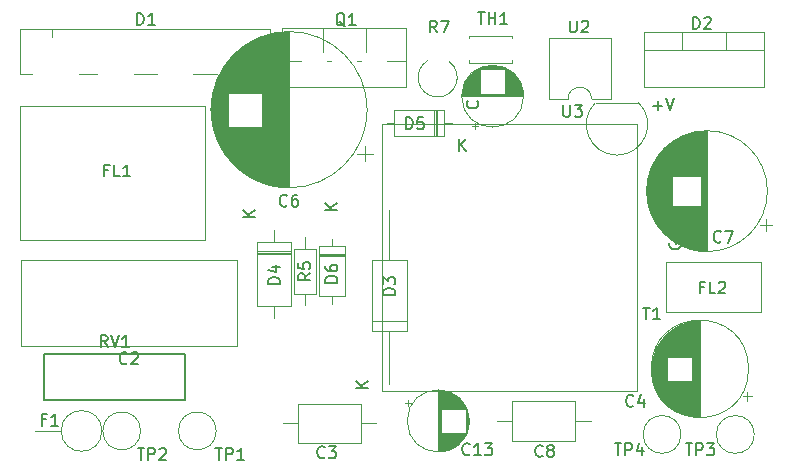
<source format=gbr>
G04 #@! TF.GenerationSoftware,KiCad,Pcbnew,(6.0.5)*
G04 #@! TF.CreationDate,2022-05-09T22:53:36+02:00*
G04 #@! TF.ProjectId,Zasilacz_impulsowy_FAN6602R,5a617369-6c61-4637-9a5f-696d70756c73,rev?*
G04 #@! TF.SameCoordinates,Original*
G04 #@! TF.FileFunction,Legend,Top*
G04 #@! TF.FilePolarity,Positive*
%FSLAX46Y46*%
G04 Gerber Fmt 4.6, Leading zero omitted, Abs format (unit mm)*
G04 Created by KiCad (PCBNEW (6.0.5)) date 2022-05-09 22:53:36*
%MOMM*%
%LPD*%
G01*
G04 APERTURE LIST*
%ADD10C,0.150000*%
%ADD11C,0.120000*%
G04 APERTURE END LIST*
D10*
X175190476Y-89671428D02*
X175952380Y-89671428D01*
X175571428Y-90052380D02*
X175571428Y-89290476D01*
X176285714Y-89052380D02*
X176619047Y-90052380D01*
X176952380Y-89052380D01*
X176600000Y-101261904D02*
X176552380Y-101357142D01*
X176552380Y-101500000D01*
X176600000Y-101642857D01*
X176695238Y-101738095D01*
X176790476Y-101785714D01*
X176980952Y-101833333D01*
X177123809Y-101833333D01*
X177314285Y-101785714D01*
X177409523Y-101738095D01*
X177504761Y-101642857D01*
X177552380Y-101500000D01*
X177552380Y-101404761D01*
X177504761Y-101261904D01*
X177457142Y-101214285D01*
X177123809Y-101214285D01*
X177123809Y-101404761D01*
X177552380Y-100785714D02*
X176552380Y-100785714D01*
X177552380Y-100214285D01*
X176552380Y-100214285D01*
X177552380Y-99738095D02*
X176552380Y-99738095D01*
X176552380Y-99500000D01*
X176600000Y-99357142D01*
X176695238Y-99261904D01*
X176790476Y-99214285D01*
X176980952Y-99166666D01*
X177123809Y-99166666D01*
X177314285Y-99214285D01*
X177409523Y-99261904D01*
X177504761Y-99357142D01*
X177552380Y-99500000D01*
X177552380Y-99738095D01*
G04 #@! TO.C,TP1*
X138138095Y-118652380D02*
X138709523Y-118652380D01*
X138423809Y-119652380D02*
X138423809Y-118652380D01*
X139042857Y-119652380D02*
X139042857Y-118652380D01*
X139423809Y-118652380D01*
X139519047Y-118700000D01*
X139566666Y-118747619D01*
X139614285Y-118842857D01*
X139614285Y-118985714D01*
X139566666Y-119080952D01*
X139519047Y-119128571D01*
X139423809Y-119176190D01*
X139042857Y-119176190D01*
X140566666Y-119652380D02*
X139995238Y-119652380D01*
X140280952Y-119652380D02*
X140280952Y-118652380D01*
X140185714Y-118795238D01*
X140090476Y-118890476D01*
X139995238Y-118938095D01*
G04 #@! TO.C,D1*
X131486904Y-82827380D02*
X131486904Y-81827380D01*
X131725000Y-81827380D01*
X131867857Y-81875000D01*
X131963095Y-81970238D01*
X132010714Y-82065476D01*
X132058333Y-82255952D01*
X132058333Y-82398809D01*
X132010714Y-82589285D01*
X131963095Y-82684523D01*
X131867857Y-82779761D01*
X131725000Y-82827380D01*
X131486904Y-82827380D01*
X133010714Y-82827380D02*
X132439285Y-82827380D01*
X132725000Y-82827380D02*
X132725000Y-81827380D01*
X132629761Y-81970238D01*
X132534523Y-82065476D01*
X132439285Y-82113095D01*
G04 #@! TO.C,C8*
X165833333Y-119307142D02*
X165785714Y-119354761D01*
X165642857Y-119402380D01*
X165547619Y-119402380D01*
X165404761Y-119354761D01*
X165309523Y-119259523D01*
X165261904Y-119164285D01*
X165214285Y-118973809D01*
X165214285Y-118830952D01*
X165261904Y-118640476D01*
X165309523Y-118545238D01*
X165404761Y-118450000D01*
X165547619Y-118402380D01*
X165642857Y-118402380D01*
X165785714Y-118450000D01*
X165833333Y-118497619D01*
X166404761Y-118830952D02*
X166309523Y-118783333D01*
X166261904Y-118735714D01*
X166214285Y-118640476D01*
X166214285Y-118592857D01*
X166261904Y-118497619D01*
X166309523Y-118450000D01*
X166404761Y-118402380D01*
X166595238Y-118402380D01*
X166690476Y-118450000D01*
X166738095Y-118497619D01*
X166785714Y-118592857D01*
X166785714Y-118640476D01*
X166738095Y-118735714D01*
X166690476Y-118783333D01*
X166595238Y-118830952D01*
X166404761Y-118830952D01*
X166309523Y-118878571D01*
X166261904Y-118926190D01*
X166214285Y-119021428D01*
X166214285Y-119211904D01*
X166261904Y-119307142D01*
X166309523Y-119354761D01*
X166404761Y-119402380D01*
X166595238Y-119402380D01*
X166690476Y-119354761D01*
X166738095Y-119307142D01*
X166785714Y-119211904D01*
X166785714Y-119021428D01*
X166738095Y-118926190D01*
X166690476Y-118878571D01*
X166595238Y-118830952D01*
G04 #@! TO.C,Q1*
X149104761Y-82947619D02*
X149009523Y-82900000D01*
X148914285Y-82804761D01*
X148771428Y-82661904D01*
X148676190Y-82614285D01*
X148580952Y-82614285D01*
X148628571Y-82852380D02*
X148533333Y-82804761D01*
X148438095Y-82709523D01*
X148390476Y-82519047D01*
X148390476Y-82185714D01*
X148438095Y-81995238D01*
X148533333Y-81900000D01*
X148628571Y-81852380D01*
X148819047Y-81852380D01*
X148914285Y-81900000D01*
X149009523Y-81995238D01*
X149057142Y-82185714D01*
X149057142Y-82519047D01*
X149009523Y-82709523D01*
X148914285Y-82804761D01*
X148819047Y-82852380D01*
X148628571Y-82852380D01*
X150009523Y-82852380D02*
X149438095Y-82852380D01*
X149723809Y-82852380D02*
X149723809Y-81852380D01*
X149628571Y-81995238D01*
X149533333Y-82090476D01*
X149438095Y-82138095D01*
G04 #@! TO.C,C13*
X159657142Y-119157142D02*
X159609523Y-119204761D01*
X159466666Y-119252380D01*
X159371428Y-119252380D01*
X159228571Y-119204761D01*
X159133333Y-119109523D01*
X159085714Y-119014285D01*
X159038095Y-118823809D01*
X159038095Y-118680952D01*
X159085714Y-118490476D01*
X159133333Y-118395238D01*
X159228571Y-118300000D01*
X159371428Y-118252380D01*
X159466666Y-118252380D01*
X159609523Y-118300000D01*
X159657142Y-118347619D01*
X160609523Y-119252380D02*
X160038095Y-119252380D01*
X160323809Y-119252380D02*
X160323809Y-118252380D01*
X160228571Y-118395238D01*
X160133333Y-118490476D01*
X160038095Y-118538095D01*
X160942857Y-118252380D02*
X161561904Y-118252380D01*
X161228571Y-118633333D01*
X161371428Y-118633333D01*
X161466666Y-118680952D01*
X161514285Y-118728571D01*
X161561904Y-118823809D01*
X161561904Y-119061904D01*
X161514285Y-119157142D01*
X161466666Y-119204761D01*
X161371428Y-119252380D01*
X161085714Y-119252380D01*
X160990476Y-119204761D01*
X160942857Y-119157142D01*
G04 #@! TO.C,C4*
X173530682Y-115057142D02*
X173483063Y-115104761D01*
X173340206Y-115152380D01*
X173244968Y-115152380D01*
X173102110Y-115104761D01*
X173006872Y-115009523D01*
X172959253Y-114914285D01*
X172911634Y-114723809D01*
X172911634Y-114580952D01*
X172959253Y-114390476D01*
X173006872Y-114295238D01*
X173102110Y-114200000D01*
X173244968Y-114152380D01*
X173340206Y-114152380D01*
X173483063Y-114200000D01*
X173530682Y-114247619D01*
X174387825Y-114485714D02*
X174387825Y-115152380D01*
X174149729Y-114104761D02*
X173911634Y-114819047D01*
X174530682Y-114819047D01*
G04 #@! TO.C,T1*
X174338095Y-106752380D02*
X174909523Y-106752380D01*
X174623809Y-107752380D02*
X174623809Y-106752380D01*
X175766666Y-107752380D02*
X175195238Y-107752380D01*
X175480952Y-107752380D02*
X175480952Y-106752380D01*
X175385714Y-106895238D01*
X175290476Y-106990476D01*
X175195238Y-107038095D01*
G04 #@! TO.C,D4*
X143602380Y-104738095D02*
X142602380Y-104738095D01*
X142602380Y-104500000D01*
X142650000Y-104357142D01*
X142745238Y-104261904D01*
X142840476Y-104214285D01*
X143030952Y-104166666D01*
X143173809Y-104166666D01*
X143364285Y-104214285D01*
X143459523Y-104261904D01*
X143554761Y-104357142D01*
X143602380Y-104500000D01*
X143602380Y-104738095D01*
X142935714Y-103309523D02*
X143602380Y-103309523D01*
X142554761Y-103547619D02*
X143269047Y-103785714D01*
X143269047Y-103166666D01*
X141452380Y-99061904D02*
X140452380Y-99061904D01*
X141452380Y-98490476D02*
X140880952Y-98919047D01*
X140452380Y-98490476D02*
X141023809Y-99061904D01*
G04 #@! TO.C,TP3*
X177938095Y-118252380D02*
X178509523Y-118252380D01*
X178223809Y-119252380D02*
X178223809Y-118252380D01*
X178842857Y-119252380D02*
X178842857Y-118252380D01*
X179223809Y-118252380D01*
X179319047Y-118300000D01*
X179366666Y-118347619D01*
X179414285Y-118442857D01*
X179414285Y-118585714D01*
X179366666Y-118680952D01*
X179319047Y-118728571D01*
X179223809Y-118776190D01*
X178842857Y-118776190D01*
X179747619Y-118252380D02*
X180366666Y-118252380D01*
X180033333Y-118633333D01*
X180176190Y-118633333D01*
X180271428Y-118680952D01*
X180319047Y-118728571D01*
X180366666Y-118823809D01*
X180366666Y-119061904D01*
X180319047Y-119157142D01*
X180271428Y-119204761D01*
X180176190Y-119252380D01*
X179890476Y-119252380D01*
X179795238Y-119204761D01*
X179747619Y-119157142D01*
G04 #@! TO.C,U3*
X167588095Y-89602380D02*
X167588095Y-90411904D01*
X167635714Y-90507142D01*
X167683333Y-90554761D01*
X167778571Y-90602380D01*
X167969047Y-90602380D01*
X168064285Y-90554761D01*
X168111904Y-90507142D01*
X168159523Y-90411904D01*
X168159523Y-89602380D01*
X168540476Y-89602380D02*
X169159523Y-89602380D01*
X168826190Y-89983333D01*
X168969047Y-89983333D01*
X169064285Y-90030952D01*
X169111904Y-90078571D01*
X169159523Y-90173809D01*
X169159523Y-90411904D01*
X169111904Y-90507142D01*
X169064285Y-90554761D01*
X168969047Y-90602380D01*
X168683333Y-90602380D01*
X168588095Y-90554761D01*
X168540476Y-90507142D01*
G04 #@! TO.C,D6*
X148452380Y-104638095D02*
X147452380Y-104638095D01*
X147452380Y-104400000D01*
X147500000Y-104257142D01*
X147595238Y-104161904D01*
X147690476Y-104114285D01*
X147880952Y-104066666D01*
X148023809Y-104066666D01*
X148214285Y-104114285D01*
X148309523Y-104161904D01*
X148404761Y-104257142D01*
X148452380Y-104400000D01*
X148452380Y-104638095D01*
X147452380Y-103209523D02*
X147452380Y-103400000D01*
X147500000Y-103495238D01*
X147547619Y-103542857D01*
X147690476Y-103638095D01*
X147880952Y-103685714D01*
X148261904Y-103685714D01*
X148357142Y-103638095D01*
X148404761Y-103590476D01*
X148452380Y-103495238D01*
X148452380Y-103304761D01*
X148404761Y-103209523D01*
X148357142Y-103161904D01*
X148261904Y-103114285D01*
X148023809Y-103114285D01*
X147928571Y-103161904D01*
X147880952Y-103209523D01*
X147833333Y-103304761D01*
X147833333Y-103495238D01*
X147880952Y-103590476D01*
X147928571Y-103638095D01*
X148023809Y-103685714D01*
X148402380Y-98511904D02*
X147402380Y-98511904D01*
X148402380Y-97940476D02*
X147830952Y-98369047D01*
X147402380Y-97940476D02*
X147973809Y-98511904D01*
G04 #@! TO.C,FL1*
X129061904Y-95128571D02*
X128728571Y-95128571D01*
X128728571Y-95652380D02*
X128728571Y-94652380D01*
X129204761Y-94652380D01*
X130061904Y-95652380D02*
X129585714Y-95652380D01*
X129585714Y-94652380D01*
X130919047Y-95652380D02*
X130347619Y-95652380D01*
X130633333Y-95652380D02*
X130633333Y-94652380D01*
X130538095Y-94795238D01*
X130442857Y-94890476D01*
X130347619Y-94938095D01*
G04 #@! TO.C,C12*
X160307142Y-89247970D02*
X160354761Y-89295589D01*
X160402380Y-89438446D01*
X160402380Y-89533684D01*
X160354761Y-89676541D01*
X160259523Y-89771779D01*
X160164285Y-89819398D01*
X159973809Y-89867017D01*
X159830952Y-89867017D01*
X159640476Y-89819398D01*
X159545238Y-89771779D01*
X159450000Y-89676541D01*
X159402380Y-89533684D01*
X159402380Y-89438446D01*
X159450000Y-89295589D01*
X159497619Y-89247970D01*
X160402380Y-88295589D02*
X160402380Y-88867017D01*
X160402380Y-88581303D02*
X159402380Y-88581303D01*
X159545238Y-88676541D01*
X159640476Y-88771779D01*
X159688095Y-88867017D01*
X159497619Y-87914636D02*
X159450000Y-87867017D01*
X159402380Y-87771779D01*
X159402380Y-87533684D01*
X159450000Y-87438446D01*
X159497619Y-87390827D01*
X159592857Y-87343208D01*
X159688095Y-87343208D01*
X159830952Y-87390827D01*
X160402380Y-87962255D01*
X160402380Y-87343208D01*
G04 #@! TO.C,R7*
X156883333Y-83452380D02*
X156550000Y-82976190D01*
X156311904Y-83452380D02*
X156311904Y-82452380D01*
X156692857Y-82452380D01*
X156788095Y-82500000D01*
X156835714Y-82547619D01*
X156883333Y-82642857D01*
X156883333Y-82785714D01*
X156835714Y-82880952D01*
X156788095Y-82928571D01*
X156692857Y-82976190D01*
X156311904Y-82976190D01*
X157216666Y-82452380D02*
X157883333Y-82452380D01*
X157454761Y-83452380D01*
G04 #@! TO.C,D2*
X178561904Y-83152380D02*
X178561904Y-82152380D01*
X178800000Y-82152380D01*
X178942857Y-82200000D01*
X179038095Y-82295238D01*
X179085714Y-82390476D01*
X179133333Y-82580952D01*
X179133333Y-82723809D01*
X179085714Y-82914285D01*
X179038095Y-83009523D01*
X178942857Y-83104761D01*
X178800000Y-83152380D01*
X178561904Y-83152380D01*
X179514285Y-82247619D02*
X179561904Y-82200000D01*
X179657142Y-82152380D01*
X179895238Y-82152380D01*
X179990476Y-82200000D01*
X180038095Y-82247619D01*
X180085714Y-82342857D01*
X180085714Y-82438095D01*
X180038095Y-82580952D01*
X179466666Y-83152380D01*
X180085714Y-83152380D01*
G04 #@! TO.C,D5*
X154261904Y-91652380D02*
X154261904Y-90652380D01*
X154500000Y-90652380D01*
X154642857Y-90700000D01*
X154738095Y-90795238D01*
X154785714Y-90890476D01*
X154833333Y-91080952D01*
X154833333Y-91223809D01*
X154785714Y-91414285D01*
X154738095Y-91509523D01*
X154642857Y-91604761D01*
X154500000Y-91652380D01*
X154261904Y-91652380D01*
X155738095Y-90652380D02*
X155261904Y-90652380D01*
X155214285Y-91128571D01*
X155261904Y-91080952D01*
X155357142Y-91033333D01*
X155595238Y-91033333D01*
X155690476Y-91080952D01*
X155738095Y-91128571D01*
X155785714Y-91223809D01*
X155785714Y-91461904D01*
X155738095Y-91557142D01*
X155690476Y-91604761D01*
X155595238Y-91652380D01*
X155357142Y-91652380D01*
X155261904Y-91604761D01*
X155214285Y-91557142D01*
X158738095Y-93502380D02*
X158738095Y-92502380D01*
X159309523Y-93502380D02*
X158880952Y-92930952D01*
X159309523Y-92502380D02*
X158738095Y-93073809D01*
G04 #@! TO.C,C6*
X144198549Y-98107142D02*
X144150930Y-98154761D01*
X144008073Y-98202380D01*
X143912835Y-98202380D01*
X143769977Y-98154761D01*
X143674739Y-98059523D01*
X143627120Y-97964285D01*
X143579501Y-97773809D01*
X143579501Y-97630952D01*
X143627120Y-97440476D01*
X143674739Y-97345238D01*
X143769977Y-97250000D01*
X143912835Y-97202380D01*
X144008073Y-97202380D01*
X144150930Y-97250000D01*
X144198549Y-97297619D01*
X145055692Y-97202380D02*
X144865216Y-97202380D01*
X144769977Y-97250000D01*
X144722358Y-97297619D01*
X144627120Y-97440476D01*
X144579501Y-97630952D01*
X144579501Y-98011904D01*
X144627120Y-98107142D01*
X144674739Y-98154761D01*
X144769977Y-98202380D01*
X144960454Y-98202380D01*
X145055692Y-98154761D01*
X145103311Y-98107142D01*
X145150930Y-98011904D01*
X145150930Y-97773809D01*
X145103311Y-97678571D01*
X145055692Y-97630952D01*
X144960454Y-97583333D01*
X144769977Y-97583333D01*
X144674739Y-97630952D01*
X144627120Y-97678571D01*
X144579501Y-97773809D01*
G04 #@! TO.C,C2*
X130633333Y-111457142D02*
X130585714Y-111504761D01*
X130442857Y-111552380D01*
X130347619Y-111552380D01*
X130204761Y-111504761D01*
X130109523Y-111409523D01*
X130061904Y-111314285D01*
X130014285Y-111123809D01*
X130014285Y-110980952D01*
X130061904Y-110790476D01*
X130109523Y-110695238D01*
X130204761Y-110600000D01*
X130347619Y-110552380D01*
X130442857Y-110552380D01*
X130585714Y-110600000D01*
X130633333Y-110647619D01*
X131014285Y-110647619D02*
X131061904Y-110600000D01*
X131157142Y-110552380D01*
X131395238Y-110552380D01*
X131490476Y-110600000D01*
X131538095Y-110647619D01*
X131585714Y-110742857D01*
X131585714Y-110838095D01*
X131538095Y-110980952D01*
X130966666Y-111552380D01*
X131585714Y-111552380D01*
G04 #@! TO.C,FL2*
X179461904Y-105028571D02*
X179128571Y-105028571D01*
X179128571Y-105552380D02*
X179128571Y-104552380D01*
X179604761Y-104552380D01*
X180461904Y-105552380D02*
X179985714Y-105552380D01*
X179985714Y-104552380D01*
X180747619Y-104647619D02*
X180795238Y-104600000D01*
X180890476Y-104552380D01*
X181128571Y-104552380D01*
X181223809Y-104600000D01*
X181271428Y-104647619D01*
X181319047Y-104742857D01*
X181319047Y-104838095D01*
X181271428Y-104980952D01*
X180700000Y-105552380D01*
X181319047Y-105552380D01*
G04 #@! TO.C,U2*
X168138095Y-82452380D02*
X168138095Y-83261904D01*
X168185714Y-83357142D01*
X168233333Y-83404761D01*
X168328571Y-83452380D01*
X168519047Y-83452380D01*
X168614285Y-83404761D01*
X168661904Y-83357142D01*
X168709523Y-83261904D01*
X168709523Y-82452380D01*
X169138095Y-82547619D02*
X169185714Y-82500000D01*
X169280952Y-82452380D01*
X169519047Y-82452380D01*
X169614285Y-82500000D01*
X169661904Y-82547619D01*
X169709523Y-82642857D01*
X169709523Y-82738095D01*
X169661904Y-82880952D01*
X169090476Y-83452380D01*
X169709523Y-83452380D01*
G04 #@! TO.C,R5*
X146152380Y-103856666D02*
X145676190Y-104190000D01*
X146152380Y-104428095D02*
X145152380Y-104428095D01*
X145152380Y-104047142D01*
X145200000Y-103951904D01*
X145247619Y-103904285D01*
X145342857Y-103856666D01*
X145485714Y-103856666D01*
X145580952Y-103904285D01*
X145628571Y-103951904D01*
X145676190Y-104047142D01*
X145676190Y-104428095D01*
X145152380Y-102951904D02*
X145152380Y-103428095D01*
X145628571Y-103475714D01*
X145580952Y-103428095D01*
X145533333Y-103332857D01*
X145533333Y-103094761D01*
X145580952Y-102999523D01*
X145628571Y-102951904D01*
X145723809Y-102904285D01*
X145961904Y-102904285D01*
X146057142Y-102951904D01*
X146104761Y-102999523D01*
X146152380Y-103094761D01*
X146152380Y-103332857D01*
X146104761Y-103428095D01*
X146057142Y-103475714D01*
G04 #@! TO.C,TH1*
X160364285Y-81752380D02*
X160935714Y-81752380D01*
X160650000Y-82752380D02*
X160650000Y-81752380D01*
X161269047Y-82752380D02*
X161269047Y-81752380D01*
X161269047Y-82228571D02*
X161840476Y-82228571D01*
X161840476Y-82752380D02*
X161840476Y-81752380D01*
X162840476Y-82752380D02*
X162269047Y-82752380D01*
X162554761Y-82752380D02*
X162554761Y-81752380D01*
X162459523Y-81895238D01*
X162364285Y-81990476D01*
X162269047Y-82038095D01*
G04 #@! TO.C,F1*
X123766666Y-116228571D02*
X123433333Y-116228571D01*
X123433333Y-116752380D02*
X123433333Y-115752380D01*
X123909523Y-115752380D01*
X124814285Y-116752380D02*
X124242857Y-116752380D01*
X124528571Y-116752380D02*
X124528571Y-115752380D01*
X124433333Y-115895238D01*
X124338095Y-115990476D01*
X124242857Y-116038095D01*
G04 #@! TO.C,RV1*
X129004761Y-110102380D02*
X128671428Y-109626190D01*
X128433333Y-110102380D02*
X128433333Y-109102380D01*
X128814285Y-109102380D01*
X128909523Y-109150000D01*
X128957142Y-109197619D01*
X129004761Y-109292857D01*
X129004761Y-109435714D01*
X128957142Y-109530952D01*
X128909523Y-109578571D01*
X128814285Y-109626190D01*
X128433333Y-109626190D01*
X129290476Y-109102380D02*
X129623809Y-110102380D01*
X129957142Y-109102380D01*
X130814285Y-110102380D02*
X130242857Y-110102380D01*
X130528571Y-110102380D02*
X130528571Y-109102380D01*
X130433333Y-109245238D01*
X130338095Y-109340476D01*
X130242857Y-109388095D01*
G04 #@! TO.C,TP4*
X171938095Y-118252380D02*
X172509523Y-118252380D01*
X172223809Y-119252380D02*
X172223809Y-118252380D01*
X172842857Y-119252380D02*
X172842857Y-118252380D01*
X173223809Y-118252380D01*
X173319047Y-118300000D01*
X173366666Y-118347619D01*
X173414285Y-118442857D01*
X173414285Y-118585714D01*
X173366666Y-118680952D01*
X173319047Y-118728571D01*
X173223809Y-118776190D01*
X172842857Y-118776190D01*
X174271428Y-118585714D02*
X174271428Y-119252380D01*
X174033333Y-118204761D02*
X173795238Y-118919047D01*
X174414285Y-118919047D01*
G04 #@! TO.C,C7*
X180933333Y-101157142D02*
X180885714Y-101204761D01*
X180742857Y-101252380D01*
X180647619Y-101252380D01*
X180504761Y-101204761D01*
X180409523Y-101109523D01*
X180361904Y-101014285D01*
X180314285Y-100823809D01*
X180314285Y-100680952D01*
X180361904Y-100490476D01*
X180409523Y-100395238D01*
X180504761Y-100300000D01*
X180647619Y-100252380D01*
X180742857Y-100252380D01*
X180885714Y-100300000D01*
X180933333Y-100347619D01*
X181266666Y-100252380D02*
X181933333Y-100252380D01*
X181504761Y-101252380D01*
G04 #@! TO.C,TP2*
X131538095Y-118652380D02*
X132109523Y-118652380D01*
X131823809Y-119652380D02*
X131823809Y-118652380D01*
X132442857Y-119652380D02*
X132442857Y-118652380D01*
X132823809Y-118652380D01*
X132919047Y-118700000D01*
X132966666Y-118747619D01*
X133014285Y-118842857D01*
X133014285Y-118985714D01*
X132966666Y-119080952D01*
X132919047Y-119128571D01*
X132823809Y-119176190D01*
X132442857Y-119176190D01*
X133395238Y-118747619D02*
X133442857Y-118700000D01*
X133538095Y-118652380D01*
X133776190Y-118652380D01*
X133871428Y-118700000D01*
X133919047Y-118747619D01*
X133966666Y-118842857D01*
X133966666Y-118938095D01*
X133919047Y-119080952D01*
X133347619Y-119652380D01*
X133966666Y-119652380D01*
G04 #@! TO.C,C3*
X147383333Y-119407142D02*
X147335714Y-119454761D01*
X147192857Y-119502380D01*
X147097619Y-119502380D01*
X146954761Y-119454761D01*
X146859523Y-119359523D01*
X146811904Y-119264285D01*
X146764285Y-119073809D01*
X146764285Y-118930952D01*
X146811904Y-118740476D01*
X146859523Y-118645238D01*
X146954761Y-118550000D01*
X147097619Y-118502380D01*
X147192857Y-118502380D01*
X147335714Y-118550000D01*
X147383333Y-118597619D01*
X147716666Y-118502380D02*
X148335714Y-118502380D01*
X148002380Y-118883333D01*
X148145238Y-118883333D01*
X148240476Y-118930952D01*
X148288095Y-118978571D01*
X148335714Y-119073809D01*
X148335714Y-119311904D01*
X148288095Y-119407142D01*
X148240476Y-119454761D01*
X148145238Y-119502380D01*
X147859523Y-119502380D01*
X147764285Y-119454761D01*
X147716666Y-119407142D01*
G04 #@! TO.C,*
G04 #@! TO.C,D3*
X153352380Y-105688095D02*
X152352380Y-105688095D01*
X152352380Y-105450000D01*
X152400000Y-105307142D01*
X152495238Y-105211904D01*
X152590476Y-105164285D01*
X152780952Y-105116666D01*
X152923809Y-105116666D01*
X153114285Y-105164285D01*
X153209523Y-105211904D01*
X153304761Y-105307142D01*
X153352380Y-105450000D01*
X153352380Y-105688095D01*
X152352380Y-104783333D02*
X152352380Y-104164285D01*
X152733333Y-104497619D01*
X152733333Y-104354761D01*
X152780952Y-104259523D01*
X152828571Y-104211904D01*
X152923809Y-104164285D01*
X153161904Y-104164285D01*
X153257142Y-104211904D01*
X153304761Y-104259523D01*
X153352380Y-104354761D01*
X153352380Y-104640476D01*
X153304761Y-104735714D01*
X153257142Y-104783333D01*
X151052380Y-113561904D02*
X150052380Y-113561904D01*
X151052380Y-112990476D02*
X150480952Y-113419047D01*
X150052380Y-112990476D02*
X150623809Y-113561904D01*
D11*
G04 #@! TO.C,TP1*
X138200781Y-117200000D02*
G75*
G03*
X138200781Y-117200000I-1600781J0D01*
G01*
G04 #@! TO.C,D1*
X121625000Y-83175000D02*
X121625000Y-86975000D01*
X131275000Y-86975000D02*
X133175000Y-86975000D01*
X141375000Y-86975000D02*
X142775000Y-86975000D01*
X121625000Y-86975000D02*
X122575000Y-86975000D01*
X142775000Y-83175000D02*
X121625000Y-83175000D01*
X136275000Y-86975000D02*
X138275000Y-86975000D01*
X142775000Y-86975000D02*
X142775000Y-83175000D01*
X126575000Y-86975000D02*
X128075000Y-86975000D01*
X124275000Y-83175000D02*
X124275000Y-83875000D01*
G04 #@! TO.C,C8*
X169910000Y-116350000D02*
X168620000Y-116350000D01*
X161990000Y-116350000D02*
X163280000Y-116350000D01*
X163280000Y-118020000D02*
X168620000Y-118020000D01*
X163280000Y-114680000D02*
X163280000Y-118020000D01*
X168620000Y-114680000D02*
X163280000Y-114680000D01*
X168620000Y-118020000D02*
X168620000Y-114680000D01*
G04 #@! TO.C,Q1*
X154300000Y-83127000D02*
X154300000Y-88068000D01*
X147200000Y-83127000D02*
X147200000Y-85145000D01*
X143800000Y-83127000D02*
X143800000Y-88068000D01*
X143800000Y-83127000D02*
X154300000Y-83127000D01*
X150901000Y-83127000D02*
X150901000Y-85145000D01*
X143800000Y-85887000D02*
X145407000Y-85887000D01*
X143800000Y-88068000D02*
X154300000Y-88068000D01*
X147613000Y-85887000D02*
X147948000Y-85887000D01*
X150153000Y-85887000D02*
X150488000Y-85887000D01*
X152693000Y-85887000D02*
X154300000Y-85887000D01*
G04 #@! TO.C,C13*
X158355888Y-117390000D02*
X158355888Y-118550000D01*
X157514888Y-113822000D02*
X157514888Y-115310000D01*
X158035888Y-117390000D02*
X158035888Y-118715000D01*
X159275888Y-115099000D02*
X159275888Y-115310000D01*
X157154888Y-113774000D02*
X157154888Y-118926000D01*
X157394888Y-117390000D02*
X157394888Y-118900000D01*
X159515888Y-115673000D02*
X159515888Y-117027000D01*
X157795888Y-113895000D02*
X157795888Y-115310000D01*
X158555888Y-117390000D02*
X158555888Y-118415000D01*
X159475888Y-115545000D02*
X159475888Y-117155000D01*
X158875888Y-114565000D02*
X158875888Y-115310000D01*
X157274888Y-113785000D02*
X157274888Y-115310000D01*
X157875888Y-117390000D02*
X157875888Y-118778000D01*
X157314888Y-117390000D02*
X157314888Y-118911000D01*
X159395888Y-115339000D02*
X159395888Y-117361000D01*
X159155888Y-117390000D02*
X159155888Y-117793000D01*
X157514888Y-117390000D02*
X157514888Y-118878000D01*
X157995888Y-117390000D02*
X157995888Y-118732000D01*
X157474888Y-117390000D02*
X157474888Y-118886000D01*
X159075888Y-114796000D02*
X159075888Y-115310000D01*
X158635888Y-117390000D02*
X158635888Y-118354000D01*
X157314888Y-113789000D02*
X157314888Y-115310000D01*
X158355888Y-114150000D02*
X158355888Y-115310000D01*
X158155888Y-114040000D02*
X158155888Y-115310000D01*
X157634888Y-117390000D02*
X157634888Y-118851000D01*
X158235888Y-117390000D02*
X158235888Y-118618000D01*
X158435888Y-117390000D02*
X158435888Y-118499000D01*
X154190113Y-114875000D02*
X154690113Y-114875000D01*
X158315888Y-114126000D02*
X158315888Y-115310000D01*
X157634888Y-113849000D02*
X157634888Y-115310000D01*
X157474888Y-113814000D02*
X157474888Y-115310000D01*
X157674888Y-113859000D02*
X157674888Y-115310000D01*
X158795888Y-117390000D02*
X158795888Y-118214000D01*
X157034888Y-113770000D02*
X157034888Y-118930000D01*
X157955888Y-113952000D02*
X157955888Y-115310000D01*
X158835888Y-114524000D02*
X158835888Y-115310000D01*
X158195888Y-117390000D02*
X158195888Y-118640000D01*
X158595888Y-114315000D02*
X158595888Y-115310000D01*
X157554888Y-113830000D02*
X157554888Y-115310000D01*
X158435888Y-114201000D02*
X158435888Y-115310000D01*
X158475888Y-114228000D02*
X158475888Y-115310000D01*
X157835888Y-113908000D02*
X157835888Y-115310000D01*
X159115888Y-114850000D02*
X159115888Y-115310000D01*
X158915888Y-117390000D02*
X158915888Y-118093000D01*
X157995888Y-113968000D02*
X157995888Y-115310000D01*
X159315888Y-115172000D02*
X159315888Y-117528000D01*
X157434888Y-113807000D02*
X157434888Y-115310000D01*
X157915888Y-117390000D02*
X157915888Y-118764000D01*
X157755888Y-113882000D02*
X157755888Y-115310000D01*
X157234888Y-117390000D02*
X157234888Y-118919000D01*
X156994888Y-113770000D02*
X156994888Y-118930000D01*
X158475888Y-117390000D02*
X158475888Y-118472000D01*
X158955888Y-117390000D02*
X158955888Y-118049000D01*
X157274888Y-117390000D02*
X157274888Y-118915000D01*
X157354888Y-117390000D02*
X157354888Y-118906000D01*
X158715888Y-114413000D02*
X158715888Y-115310000D01*
X157434888Y-117390000D02*
X157434888Y-118893000D01*
X159275888Y-117390000D02*
X159275888Y-117601000D01*
X157715888Y-113870000D02*
X157715888Y-115310000D01*
X158875888Y-117390000D02*
X158875888Y-118135000D01*
X157594888Y-117390000D02*
X157594888Y-118861000D01*
X159195888Y-117390000D02*
X159195888Y-117733000D01*
X159435888Y-115435000D02*
X159435888Y-117265000D01*
X157074888Y-113771000D02*
X157074888Y-118929000D01*
X159595888Y-116066000D02*
X159595888Y-116634000D01*
X158515888Y-114255000D02*
X158515888Y-115310000D01*
X159115888Y-117390000D02*
X159115888Y-117850000D01*
X158795888Y-114486000D02*
X158795888Y-115310000D01*
X158995888Y-114697000D02*
X158995888Y-115310000D01*
X158755888Y-117390000D02*
X158755888Y-118251000D01*
X157234888Y-113781000D02*
X157234888Y-115310000D01*
X158955888Y-114651000D02*
X158955888Y-115310000D01*
X157194888Y-113777000D02*
X157194888Y-118923000D01*
X158755888Y-114449000D02*
X158755888Y-115310000D01*
X158195888Y-114060000D02*
X158195888Y-115310000D01*
X157955888Y-117390000D02*
X157955888Y-118748000D01*
X159555888Y-115832000D02*
X159555888Y-116868000D01*
X158115888Y-114021000D02*
X158115888Y-115310000D01*
X159235888Y-115031000D02*
X159235888Y-115310000D01*
X157594888Y-113839000D02*
X157594888Y-115310000D01*
X158635888Y-114346000D02*
X158635888Y-115310000D01*
X157394888Y-113800000D02*
X157394888Y-115310000D01*
X158155888Y-117390000D02*
X158155888Y-118660000D01*
X158035888Y-113985000D02*
X158035888Y-115310000D01*
X158835888Y-117390000D02*
X158835888Y-118176000D01*
X158315888Y-117390000D02*
X158315888Y-118574000D01*
X158275888Y-117390000D02*
X158275888Y-118597000D01*
X159155888Y-114907000D02*
X159155888Y-115310000D01*
X157915888Y-113936000D02*
X157915888Y-115310000D01*
X154440113Y-114625000D02*
X154440113Y-115125000D01*
X159235888Y-117390000D02*
X159235888Y-117669000D01*
X158235888Y-114082000D02*
X158235888Y-115310000D01*
X158275888Y-114103000D02*
X158275888Y-115310000D01*
X157875888Y-113922000D02*
X157875888Y-115310000D01*
X158915888Y-114607000D02*
X158915888Y-115310000D01*
X158075888Y-117390000D02*
X158075888Y-118698000D01*
X158395888Y-114175000D02*
X158395888Y-115310000D01*
X157755888Y-117390000D02*
X157755888Y-118818000D01*
X157674888Y-117390000D02*
X157674888Y-118841000D01*
X158395888Y-117390000D02*
X158395888Y-118525000D01*
X159075888Y-117390000D02*
X159075888Y-117904000D01*
X158675888Y-117390000D02*
X158675888Y-118321000D01*
X158715888Y-117390000D02*
X158715888Y-118287000D01*
X158075888Y-114002000D02*
X158075888Y-115310000D01*
X158995888Y-117390000D02*
X158995888Y-118003000D01*
X158595888Y-117390000D02*
X158595888Y-118385000D01*
X157715888Y-117390000D02*
X157715888Y-118830000D01*
X159035888Y-117390000D02*
X159035888Y-117955000D01*
X158555888Y-114285000D02*
X158555888Y-115310000D01*
X158115888Y-117390000D02*
X158115888Y-118679000D01*
X157114888Y-113772000D02*
X157114888Y-118928000D01*
X158515888Y-117390000D02*
X158515888Y-118445000D01*
X159195888Y-114967000D02*
X159195888Y-115310000D01*
X159355888Y-115252000D02*
X159355888Y-117448000D01*
X157795888Y-117390000D02*
X157795888Y-118805000D01*
X157554888Y-117390000D02*
X157554888Y-118870000D01*
X157354888Y-113794000D02*
X157354888Y-115310000D01*
X159035888Y-114745000D02*
X159035888Y-115310000D01*
X157835888Y-117390000D02*
X157835888Y-118792000D01*
X158675888Y-114379000D02*
X158675888Y-115310000D01*
X159614888Y-116350000D02*
G75*
G03*
X159614888Y-116350000I-2620000J0D01*
G01*
G04 #@! TO.C,C4*
X176789000Y-110910000D02*
X176789000Y-108612000D01*
X176189000Y-114776000D02*
X176189000Y-109124000D01*
X178269000Y-115935000D02*
X178269000Y-112990000D01*
X176709000Y-110910000D02*
X176709000Y-108670000D01*
X175909000Y-114455000D02*
X175909000Y-109445000D01*
X179070000Y-116030000D02*
X179070000Y-107870000D01*
X175429000Y-113681000D02*
X175429000Y-110219000D01*
X178630000Y-115998000D02*
X178630000Y-107902000D01*
X177469000Y-115672000D02*
X177469000Y-112990000D01*
X176349000Y-114933000D02*
X176349000Y-108967000D01*
X178870000Y-116021000D02*
X178870000Y-107879000D01*
X176589000Y-110910000D02*
X176589000Y-108761000D01*
X178069000Y-115886000D02*
X178069000Y-112990000D01*
X177029000Y-115443000D02*
X177029000Y-112990000D01*
X177069000Y-115467000D02*
X177069000Y-112990000D01*
X177909000Y-115839000D02*
X177909000Y-112990000D01*
X177029000Y-110910000D02*
X177029000Y-108457000D01*
X176709000Y-115230000D02*
X176709000Y-112990000D01*
X177909000Y-110910000D02*
X177909000Y-108061000D01*
X176429000Y-110910000D02*
X176429000Y-108895000D01*
X178790000Y-116015000D02*
X178790000Y-107885000D01*
X177429000Y-110910000D02*
X177429000Y-108246000D01*
X176869000Y-110910000D02*
X176869000Y-108558000D01*
X183559698Y-114265000D02*
X182759698Y-114265000D01*
X178109000Y-110910000D02*
X178109000Y-108003000D01*
X177629000Y-115740000D02*
X177629000Y-112990000D01*
X178149000Y-110910000D02*
X178149000Y-107993000D01*
X176309000Y-114895000D02*
X176309000Y-109005000D01*
X177869000Y-110910000D02*
X177869000Y-108073000D01*
X176549000Y-115106000D02*
X176549000Y-112990000D01*
X177709000Y-115771000D02*
X177709000Y-112990000D01*
X176909000Y-110910000D02*
X176909000Y-108532000D01*
X175949000Y-114506000D02*
X175949000Y-109394000D01*
X175669000Y-114116000D02*
X175669000Y-109784000D01*
X176469000Y-110910000D02*
X176469000Y-108860000D01*
X176589000Y-115139000D02*
X176589000Y-112990000D01*
X177349000Y-110910000D02*
X177349000Y-108284000D01*
X176949000Y-115394000D02*
X176949000Y-112990000D01*
X177789000Y-115800000D02*
X177789000Y-112990000D01*
X177669000Y-110910000D02*
X177669000Y-108145000D01*
X176429000Y-115005000D02*
X176429000Y-112990000D01*
X178510000Y-115980000D02*
X178510000Y-107920000D01*
X175509000Y-113840000D02*
X175509000Y-110060000D01*
X176229000Y-114817000D02*
X176229000Y-109083000D01*
X176789000Y-115288000D02*
X176789000Y-112990000D01*
X178229000Y-115926000D02*
X178229000Y-112990000D01*
X175149000Y-112898000D02*
X175149000Y-111002000D01*
X177429000Y-115654000D02*
X177429000Y-112990000D01*
X178950000Y-116026000D02*
X178950000Y-107874000D01*
X177189000Y-115534000D02*
X177189000Y-112990000D01*
X175109000Y-112718000D02*
X175109000Y-111182000D01*
X178229000Y-110910000D02*
X178229000Y-107974000D01*
X177709000Y-110910000D02*
X177709000Y-108129000D01*
X178189000Y-110910000D02*
X178189000Y-107983000D01*
X177949000Y-115852000D02*
X177949000Y-112990000D01*
X176749000Y-115259000D02*
X176749000Y-112990000D01*
X177589000Y-115724000D02*
X177589000Y-112990000D01*
X178189000Y-115917000D02*
X178189000Y-112990000D01*
X178710000Y-116007000D02*
X178710000Y-107893000D01*
X176669000Y-115200000D02*
X176669000Y-112990000D01*
X177669000Y-115755000D02*
X177669000Y-112990000D01*
X177989000Y-115864000D02*
X177989000Y-112990000D01*
X177549000Y-110910000D02*
X177549000Y-108193000D01*
X178590000Y-115992000D02*
X178590000Y-107908000D01*
X177349000Y-115616000D02*
X177349000Y-112990000D01*
X176389000Y-114969000D02*
X176389000Y-112990000D01*
X178750000Y-116011000D02*
X178750000Y-107889000D01*
X178149000Y-115907000D02*
X178149000Y-112990000D01*
X175469000Y-113763000D02*
X175469000Y-110137000D01*
X178910000Y-116024000D02*
X178910000Y-107876000D01*
X175229000Y-113179000D02*
X175229000Y-110721000D01*
X177509000Y-110910000D02*
X177509000Y-108210000D01*
X179030000Y-116029000D02*
X179030000Y-107871000D01*
X177509000Y-115690000D02*
X177509000Y-112990000D01*
X178429000Y-110910000D02*
X178429000Y-107933000D01*
X183159698Y-114665000D02*
X183159698Y-113865000D01*
X178990000Y-116027000D02*
X178990000Y-107873000D01*
X178389000Y-115960000D02*
X178389000Y-112990000D01*
X175589000Y-113984000D02*
X175589000Y-109916000D01*
X177549000Y-115707000D02*
X177549000Y-112990000D01*
X176029000Y-114601000D02*
X176029000Y-109299000D01*
X177749000Y-115785000D02*
X177749000Y-112990000D01*
X175269000Y-113296000D02*
X175269000Y-110604000D01*
X178389000Y-110910000D02*
X178389000Y-107940000D01*
X175069000Y-112483000D02*
X175069000Y-111417000D01*
X176669000Y-110910000D02*
X176669000Y-108700000D01*
X178029000Y-110910000D02*
X178029000Y-108025000D01*
X178670000Y-116002000D02*
X178670000Y-107898000D01*
X176909000Y-115368000D02*
X176909000Y-112990000D01*
X177389000Y-115636000D02*
X177389000Y-112990000D01*
X176829000Y-115315000D02*
X176829000Y-112990000D01*
X177749000Y-110910000D02*
X177749000Y-108115000D01*
X176629000Y-110910000D02*
X176629000Y-108730000D01*
X177829000Y-115813000D02*
X177829000Y-112990000D01*
X177869000Y-115827000D02*
X177869000Y-112990000D01*
X177469000Y-110910000D02*
X177469000Y-108228000D01*
X177389000Y-110910000D02*
X177389000Y-108264000D01*
X178309000Y-110910000D02*
X178309000Y-107956000D01*
X175629000Y-114052000D02*
X175629000Y-109848000D01*
X179150000Y-116030000D02*
X179150000Y-107870000D01*
X175189000Y-113048000D02*
X175189000Y-110852000D01*
X175749000Y-114237000D02*
X175749000Y-109663000D01*
X177069000Y-110910000D02*
X177069000Y-108433000D01*
X178429000Y-115967000D02*
X178429000Y-112990000D01*
X178269000Y-110910000D02*
X178269000Y-107965000D01*
X177269000Y-115577000D02*
X177269000Y-112990000D01*
X177269000Y-110910000D02*
X177269000Y-108323000D01*
X176509000Y-115074000D02*
X176509000Y-112990000D01*
X176509000Y-110910000D02*
X176509000Y-108826000D01*
X177229000Y-110910000D02*
X177229000Y-108344000D01*
X178069000Y-110910000D02*
X178069000Y-108014000D01*
X177829000Y-110910000D02*
X177829000Y-108087000D01*
X177149000Y-115512000D02*
X177149000Y-112990000D01*
X176869000Y-115342000D02*
X176869000Y-112990000D01*
X175869000Y-114404000D02*
X175869000Y-109496000D01*
X176989000Y-110910000D02*
X176989000Y-108481000D01*
X178309000Y-115944000D02*
X178309000Y-112990000D01*
X177149000Y-110910000D02*
X177149000Y-108388000D01*
X175349000Y-113502000D02*
X175349000Y-110398000D01*
X177949000Y-110910000D02*
X177949000Y-108048000D01*
X178109000Y-115897000D02*
X178109000Y-112990000D01*
X176949000Y-110910000D02*
X176949000Y-108506000D01*
X176749000Y-110910000D02*
X176749000Y-108641000D01*
X175389000Y-113595000D02*
X175389000Y-110305000D01*
X178830000Y-116018000D02*
X178830000Y-107882000D01*
X176549000Y-110910000D02*
X176549000Y-108794000D01*
X177989000Y-110910000D02*
X177989000Y-108036000D01*
X176269000Y-114857000D02*
X176269000Y-109043000D01*
X176109000Y-114691000D02*
X176109000Y-109209000D01*
X176149000Y-114734000D02*
X176149000Y-109166000D01*
X175549000Y-113914000D02*
X175549000Y-109986000D01*
X176069000Y-114647000D02*
X176069000Y-109253000D01*
X179110000Y-116030000D02*
X179110000Y-107870000D01*
X177109000Y-115490000D02*
X177109000Y-112990000D01*
X175309000Y-113403000D02*
X175309000Y-110497000D01*
X178349000Y-115952000D02*
X178349000Y-112990000D01*
X177189000Y-110910000D02*
X177189000Y-108366000D01*
X177109000Y-110910000D02*
X177109000Y-108410000D01*
X177629000Y-110910000D02*
X177629000Y-108160000D01*
X177309000Y-110910000D02*
X177309000Y-108303000D01*
X178550000Y-115987000D02*
X178550000Y-107913000D01*
X177589000Y-110910000D02*
X177589000Y-108176000D01*
X175829000Y-114350000D02*
X175829000Y-109550000D01*
X178349000Y-110910000D02*
X178349000Y-107948000D01*
X178029000Y-115875000D02*
X178029000Y-112990000D01*
X175789000Y-114295000D02*
X175789000Y-109605000D01*
X178470000Y-115974000D02*
X178470000Y-107926000D01*
X177309000Y-115597000D02*
X177309000Y-112990000D01*
X176629000Y-115170000D02*
X176629000Y-112990000D01*
X175709000Y-114178000D02*
X175709000Y-109722000D01*
X177789000Y-110910000D02*
X177789000Y-108100000D01*
X176469000Y-115040000D02*
X176469000Y-112990000D01*
X176389000Y-110910000D02*
X176389000Y-108931000D01*
X177229000Y-115556000D02*
X177229000Y-112990000D01*
X175989000Y-114554000D02*
X175989000Y-109346000D01*
X176989000Y-115419000D02*
X176989000Y-112990000D01*
X176829000Y-110910000D02*
X176829000Y-108585000D01*
X183270000Y-111950000D02*
G75*
G03*
X183270000Y-111950000I-4120000J0D01*
G01*
G04 #@! TO.C,T1*
X173800000Y-91250000D02*
X173800000Y-113850000D01*
X152200000Y-113850000D02*
X152200000Y-91250000D01*
X152200000Y-91250000D02*
X173800000Y-91250000D01*
X173800000Y-113850000D02*
X152200000Y-113850000D01*
G04 #@! TO.C,D4*
X144570000Y-106650000D02*
X144570000Y-101210000D01*
X141630000Y-106650000D02*
X144570000Y-106650000D01*
X144570000Y-102110000D02*
X141630000Y-102110000D01*
X144570000Y-101990000D02*
X141630000Y-101990000D01*
X141630000Y-101210000D02*
X141630000Y-106650000D01*
X144570000Y-102230000D02*
X141630000Y-102230000D01*
X143100000Y-100190000D02*
X143100000Y-101210000D01*
X144570000Y-101210000D02*
X141630000Y-101210000D01*
X143100000Y-107670000D02*
X143100000Y-106650000D01*
G04 #@! TO.C,TP3*
X183750781Y-117500000D02*
G75*
G03*
X183750781Y-117500000I-1600781J0D01*
G01*
G04 #@! TO.C,U3*
X173930000Y-89400000D02*
X170330000Y-89400000D01*
X172130000Y-93850001D02*
G75*
G03*
X173968478Y-89411522I0J2600001D01*
G01*
X170291522Y-89411522D02*
G75*
G03*
X172130000Y-93850000I1838478J-1838478D01*
G01*
G04 #@! TO.C,D6*
X148000000Y-100930000D02*
X148000000Y-101580000D01*
X149120000Y-101580000D02*
X146880000Y-101580000D01*
X149120000Y-102300000D02*
X146880000Y-102300000D01*
X149120000Y-102180000D02*
X146880000Y-102180000D01*
X146880000Y-105820000D02*
X149120000Y-105820000D01*
X149120000Y-105820000D02*
X149120000Y-101580000D01*
X149120000Y-102420000D02*
X146880000Y-102420000D01*
X146880000Y-101580000D02*
X146880000Y-105820000D01*
X148000000Y-106470000D02*
X148000000Y-105820000D01*
G04 #@! TO.C,FL1*
X137250000Y-89650000D02*
X137250000Y-101050000D01*
X137250000Y-101050000D02*
X121650000Y-101050000D01*
X121650000Y-89650000D02*
X137250000Y-89650000D01*
X121550000Y-101050000D02*
X121550000Y-89650000D01*
G04 #@! TO.C,C12*
X162640000Y-87974113D02*
X164028000Y-87974113D01*
X162640000Y-87294113D02*
X163665000Y-87294113D01*
X159332000Y-87614113D02*
X160560000Y-87614113D01*
X162640000Y-87334113D02*
X163695000Y-87334113D01*
X159050000Y-88455113D02*
X160560000Y-88455113D01*
X162640000Y-87414113D02*
X163749000Y-87414113D01*
X162640000Y-88375113D02*
X164136000Y-88375113D01*
X159478000Y-87374113D02*
X160560000Y-87374113D01*
X162640000Y-87494113D02*
X163800000Y-87494113D01*
X159310000Y-87654113D02*
X160560000Y-87654113D01*
X162640000Y-86734113D02*
X163100000Y-86734113D01*
X159901000Y-86894113D02*
X160560000Y-86894113D01*
X159290000Y-87694113D02*
X160560000Y-87694113D01*
X159774000Y-87014113D02*
X160560000Y-87014113D01*
X159021000Y-88775113D02*
X164179000Y-88775113D01*
X162640000Y-87894113D02*
X163998000Y-87894113D01*
X162640000Y-88014113D02*
X164042000Y-88014113D01*
X159080000Y-88295113D02*
X160560000Y-88295113D01*
X159031000Y-88615113D02*
X160560000Y-88615113D01*
X159535000Y-87294113D02*
X160560000Y-87294113D01*
X159218000Y-87854113D02*
X160560000Y-87854113D01*
X160795000Y-86374113D02*
X162405000Y-86374113D01*
X159596000Y-87214113D02*
X160560000Y-87214113D01*
X162640000Y-87814113D02*
X163965000Y-87814113D01*
X159353000Y-87574113D02*
X160560000Y-87574113D01*
X162640000Y-88535113D02*
X164161000Y-88535113D01*
X162640000Y-87174113D02*
X163571000Y-87174113D01*
X159629000Y-87174113D02*
X160560000Y-87174113D01*
X160125000Y-91659888D02*
X160125000Y-91159888D01*
X159947000Y-86854113D02*
X160560000Y-86854113D01*
X162640000Y-88495113D02*
X164156000Y-88495113D01*
X159565000Y-87254113D02*
X160560000Y-87254113D01*
X162640000Y-87054113D02*
X163464000Y-87054113D01*
X162640000Y-87134113D02*
X163537000Y-87134113D01*
X162640000Y-87934113D02*
X164014000Y-87934113D01*
X159995000Y-86814113D02*
X160560000Y-86814113D01*
X162640000Y-88255113D02*
X164111000Y-88255113D01*
X159252000Y-87774113D02*
X160560000Y-87774113D01*
X160349000Y-86574113D02*
X160560000Y-86574113D01*
X162640000Y-87774113D02*
X163948000Y-87774113D01*
X161082000Y-86294113D02*
X162118000Y-86294113D01*
X159089000Y-88255113D02*
X160560000Y-88255113D01*
X159271000Y-87734113D02*
X160560000Y-87734113D01*
X160589000Y-86454113D02*
X162611000Y-86454113D01*
X162640000Y-87254113D02*
X163635000Y-87254113D01*
X162640000Y-87614113D02*
X163868000Y-87614113D01*
X160502000Y-86494113D02*
X162698000Y-86494113D01*
X160281000Y-86614113D02*
X160560000Y-86614113D01*
X160923000Y-86334113D02*
X162277000Y-86334113D01*
X162640000Y-87214113D02*
X163604000Y-87214113D01*
X159064000Y-88375113D02*
X160560000Y-88375113D01*
X162640000Y-87574113D02*
X163847000Y-87574113D01*
X160157000Y-86694113D02*
X160560000Y-86694113D01*
X159202000Y-87894113D02*
X160560000Y-87894113D01*
X162640000Y-86654113D02*
X162983000Y-86654113D01*
X162640000Y-87094113D02*
X163501000Y-87094113D01*
X162640000Y-86774113D02*
X163154000Y-86774113D01*
X162640000Y-86934113D02*
X163343000Y-86934113D01*
X159044000Y-88495113D02*
X160560000Y-88495113D01*
X162640000Y-86694113D02*
X163043000Y-86694113D01*
X159145000Y-88054113D02*
X160560000Y-88054113D01*
X159505000Y-87334113D02*
X160560000Y-87334113D01*
X162640000Y-87734113D02*
X163929000Y-87734113D01*
X160100000Y-86734113D02*
X160560000Y-86734113D01*
X162640000Y-87374113D02*
X163722000Y-87374113D01*
X159022000Y-88735113D02*
X164178000Y-88735113D01*
X162640000Y-88295113D02*
X164120000Y-88295113D01*
X162640000Y-88615113D02*
X164169000Y-88615113D01*
X162640000Y-87654113D02*
X163890000Y-87654113D01*
X162640000Y-88094113D02*
X164068000Y-88094113D01*
X162640000Y-88415113D02*
X164143000Y-88415113D01*
X159857000Y-86934113D02*
X160560000Y-86934113D01*
X160685000Y-86414113D02*
X162515000Y-86414113D01*
X162640000Y-88175113D02*
X164091000Y-88175113D01*
X159815000Y-86974113D02*
X160560000Y-86974113D01*
X162640000Y-87454113D02*
X163775000Y-87454113D01*
X159132000Y-88094113D02*
X160560000Y-88094113D01*
X159120000Y-88134113D02*
X160560000Y-88134113D01*
X159186000Y-87934113D02*
X160560000Y-87934113D01*
X159663000Y-87134113D02*
X160560000Y-87134113D01*
X160217000Y-86654113D02*
X160560000Y-86654113D01*
X159451000Y-87414113D02*
X160560000Y-87414113D01*
X161316000Y-86254113D02*
X161884000Y-86254113D01*
X162640000Y-86894113D02*
X163299000Y-86894113D01*
X159020000Y-88815113D02*
X164180000Y-88815113D01*
X159172000Y-87974113D02*
X160560000Y-87974113D01*
X162640000Y-86974113D02*
X163385000Y-86974113D01*
X159039000Y-88535113D02*
X160560000Y-88535113D01*
X162640000Y-88134113D02*
X164080000Y-88134113D01*
X159027000Y-88655113D02*
X164173000Y-88655113D01*
X159158000Y-88014113D02*
X160560000Y-88014113D01*
X159035000Y-88575113D02*
X160560000Y-88575113D01*
X159699000Y-87094113D02*
X160560000Y-87094113D01*
X159235000Y-87814113D02*
X160560000Y-87814113D01*
X159736000Y-87054113D02*
X160560000Y-87054113D01*
X162640000Y-86574113D02*
X162851000Y-86574113D01*
X162640000Y-88575113D02*
X164165000Y-88575113D01*
X159024000Y-88695113D02*
X164176000Y-88695113D01*
X162640000Y-88335113D02*
X164128000Y-88335113D01*
X162640000Y-87014113D02*
X163426000Y-87014113D01*
X162640000Y-88215113D02*
X164101000Y-88215113D01*
X159072000Y-88335113D02*
X160560000Y-88335113D01*
X159425000Y-87454113D02*
X160560000Y-87454113D01*
X159099000Y-88215113D02*
X160560000Y-88215113D01*
X160046000Y-86774113D02*
X160560000Y-86774113D01*
X162640000Y-87854113D02*
X163982000Y-87854113D01*
X159020000Y-88855113D02*
X164180000Y-88855113D01*
X159109000Y-88175113D02*
X160560000Y-88175113D01*
X159057000Y-88415113D02*
X160560000Y-88415113D01*
X162640000Y-87694113D02*
X163910000Y-87694113D01*
X159400000Y-87494113D02*
X160560000Y-87494113D01*
X162640000Y-86814113D02*
X163205000Y-86814113D01*
X162640000Y-86614113D02*
X162919000Y-86614113D01*
X162640000Y-88054113D02*
X164055000Y-88054113D01*
X162640000Y-86854113D02*
X163253000Y-86854113D01*
X159376000Y-87534113D02*
X160560000Y-87534113D01*
X162640000Y-87534113D02*
X163824000Y-87534113D01*
X162640000Y-88455113D02*
X164150000Y-88455113D01*
X160422000Y-86534113D02*
X162778000Y-86534113D01*
X159875000Y-91409888D02*
X160375000Y-91409888D01*
X164220000Y-88855113D02*
G75*
G03*
X164220000Y-88855113I-2620000J0D01*
G01*
G04 #@! TO.C,R7*
X156150000Y-85816728D02*
G75*
G03*
X157921380Y-85925225I800000J-1453272D01*
G01*
G04 #@! TO.C,D2*
X184620000Y-83425000D02*
X184620000Y-88066000D01*
X177650000Y-83425000D02*
X177650000Y-84935000D01*
X181351000Y-83425000D02*
X181351000Y-84935000D01*
X174380000Y-84935000D02*
X184620000Y-84935000D01*
X174380000Y-83425000D02*
X174380000Y-88066000D01*
X174380000Y-88066000D02*
X184620000Y-88066000D01*
X174380000Y-83425000D02*
X184620000Y-83425000D01*
G04 #@! TO.C,D5*
X153280000Y-92270000D02*
X157520000Y-92270000D01*
X156680000Y-92270000D02*
X156680000Y-90030000D01*
X158170000Y-91150000D02*
X157520000Y-91150000D01*
X152630000Y-91150000D02*
X153280000Y-91150000D01*
X156800000Y-92270000D02*
X156800000Y-90030000D01*
X157520000Y-90030000D02*
X153280000Y-90030000D01*
X156920000Y-92270000D02*
X156920000Y-90030000D01*
X153280000Y-90030000D02*
X153280000Y-92270000D01*
X157520000Y-92270000D02*
X157520000Y-90030000D01*
G04 #@! TO.C,C6*
X139404216Y-94345000D02*
X139404216Y-91440000D01*
X140124216Y-88560000D02*
X140124216Y-84956000D01*
X141844216Y-96082000D02*
X141844216Y-91440000D01*
X138804216Y-93554000D02*
X138804216Y-86446000D01*
X139684216Y-94643000D02*
X139684216Y-91440000D01*
X138084216Y-92055000D02*
X138084216Y-87945000D01*
X141524216Y-95940000D02*
X141524216Y-91440000D01*
X138004216Y-91798000D02*
X138004216Y-88202000D01*
X141924216Y-88560000D02*
X141924216Y-83886000D01*
X141884216Y-88560000D02*
X141884216Y-83902000D01*
X141444216Y-95902000D02*
X141444216Y-91440000D01*
X139324216Y-88560000D02*
X139324216Y-85747000D01*
X138124216Y-92171000D02*
X138124216Y-87829000D01*
X139444216Y-88560000D02*
X139444216Y-85610000D01*
X140404216Y-95265000D02*
X140404216Y-91440000D01*
X142444216Y-96296000D02*
X142444216Y-83704000D01*
X139804216Y-94760000D02*
X139804216Y-91440000D01*
X140124216Y-95044000D02*
X140124216Y-91440000D01*
X139004216Y-93846000D02*
X139004216Y-86154000D01*
X139284216Y-94205000D02*
X139284216Y-91440000D01*
X143124216Y-96463000D02*
X143124216Y-83537000D01*
X141684216Y-88560000D02*
X141684216Y-83986000D01*
X139964216Y-94907000D02*
X139964216Y-91440000D01*
X139364216Y-88560000D02*
X139364216Y-85701000D01*
X141004216Y-95664000D02*
X141004216Y-91440000D01*
X141804216Y-96065000D02*
X141804216Y-91440000D01*
X140684216Y-88560000D02*
X140684216Y-84537000D01*
X139444216Y-94390000D02*
X139444216Y-91440000D01*
X141044216Y-88560000D02*
X141044216Y-84312000D01*
X142044216Y-96161000D02*
X142044216Y-91440000D01*
X140844216Y-95567000D02*
X140844216Y-91440000D01*
X139404216Y-88560000D02*
X139404216Y-85655000D01*
X142044216Y-88560000D02*
X142044216Y-83839000D01*
X139924216Y-94871000D02*
X139924216Y-91440000D01*
X142284216Y-96245000D02*
X142284216Y-83755000D01*
X140764216Y-95516000D02*
X140764216Y-91440000D01*
X138724216Y-93427000D02*
X138724216Y-86573000D01*
X139124216Y-94006000D02*
X139124216Y-85994000D01*
X139204216Y-94108000D02*
X139204216Y-91440000D01*
X143644216Y-96541000D02*
X143644216Y-83459000D01*
X140404216Y-88560000D02*
X140404216Y-84735000D01*
X139924216Y-88560000D02*
X139924216Y-85129000D01*
X142724216Y-96374000D02*
X142724216Y-83626000D01*
X143685216Y-96545000D02*
X143685216Y-83455000D01*
X141084216Y-95711000D02*
X141084216Y-91440000D01*
X138204216Y-92385000D02*
X138204216Y-87615000D01*
X140204216Y-95110000D02*
X140204216Y-91440000D01*
X139164216Y-94057000D02*
X139164216Y-85943000D01*
X137764216Y-90475000D02*
X137764216Y-89525000D01*
X141964216Y-96130000D02*
X141964216Y-91440000D01*
X140324216Y-88560000D02*
X140324216Y-84795000D01*
X141724216Y-96031000D02*
X141724216Y-91440000D01*
X143324216Y-96498000D02*
X143324216Y-83502000D01*
X142004216Y-88560000D02*
X142004216Y-83854000D01*
X141964216Y-88560000D02*
X141964216Y-83870000D01*
X140804216Y-95542000D02*
X140804216Y-91440000D01*
X140044216Y-94977000D02*
X140044216Y-91440000D01*
X140524216Y-88560000D02*
X140524216Y-84647000D01*
X141204216Y-88560000D02*
X141204216Y-84222000D01*
X140684216Y-95463000D02*
X140684216Y-91440000D01*
X139484216Y-94434000D02*
X139484216Y-91440000D01*
X139524216Y-94477000D02*
X139524216Y-91440000D01*
X139884216Y-88560000D02*
X139884216Y-85166000D01*
X140924216Y-88560000D02*
X140924216Y-84383000D01*
X140004216Y-94942000D02*
X140004216Y-91440000D01*
X141844216Y-88560000D02*
X141844216Y-83918000D01*
X140964216Y-88560000D02*
X140964216Y-84359000D01*
X141244216Y-95799000D02*
X141244216Y-91440000D01*
X138364216Y-92758000D02*
X138364216Y-87242000D01*
X143524216Y-96527000D02*
X143524216Y-83473000D01*
X142164216Y-96204000D02*
X142164216Y-83796000D01*
X143084216Y-96456000D02*
X143084216Y-83544000D01*
X140724216Y-95490000D02*
X140724216Y-91440000D01*
X138964216Y-93790000D02*
X138964216Y-86210000D01*
X140524216Y-95353000D02*
X140524216Y-91440000D01*
X142524216Y-96320000D02*
X142524216Y-83680000D01*
X138564216Y-93152000D02*
X138564216Y-86848000D01*
X143484216Y-96522000D02*
X143484216Y-83478000D01*
X138044216Y-91931000D02*
X138044216Y-88069000D01*
X141644216Y-95996000D02*
X141644216Y-91440000D01*
X140564216Y-95381000D02*
X140564216Y-91440000D01*
X139684216Y-88560000D02*
X139684216Y-85357000D01*
X143444216Y-96516000D02*
X143444216Y-83484000D01*
X143604216Y-96537000D02*
X143604216Y-83463000D01*
X140924216Y-95617000D02*
X140924216Y-91440000D01*
X142084216Y-96175000D02*
X142084216Y-83825000D01*
X139524216Y-88560000D02*
X139524216Y-85523000D01*
X142204216Y-96218000D02*
X142204216Y-83782000D01*
X141684216Y-96014000D02*
X141684216Y-91440000D01*
X138284216Y-92579000D02*
X138284216Y-87421000D01*
X137844216Y-91107000D02*
X137844216Y-88893000D01*
X140244216Y-88560000D02*
X140244216Y-84858000D01*
X143364216Y-96505000D02*
X143364216Y-83495000D01*
X151449785Y-93715000D02*
X150149785Y-93715000D01*
X142124216Y-96190000D02*
X142124216Y-83810000D01*
X140164216Y-95078000D02*
X140164216Y-91440000D01*
X141284216Y-95820000D02*
X141284216Y-91440000D01*
X143004216Y-96439000D02*
X143004216Y-83561000D01*
X141284216Y-88560000D02*
X141284216Y-84180000D01*
X138324216Y-92670000D02*
X138324216Y-87330000D01*
X144205216Y-96579000D02*
X144205216Y-83421000D01*
X141604216Y-88560000D02*
X141604216Y-84022000D01*
X143044216Y-96448000D02*
X143044216Y-83552000D01*
X140444216Y-95295000D02*
X140444216Y-91440000D01*
X139244216Y-94157000D02*
X139244216Y-91440000D01*
X139204216Y-88560000D02*
X139204216Y-85892000D01*
X143204216Y-96478000D02*
X143204216Y-83522000D01*
X140604216Y-88560000D02*
X140604216Y-84591000D01*
X141164216Y-95756000D02*
X141164216Y-91440000D01*
X140284216Y-88560000D02*
X140284216Y-84826000D01*
X142924216Y-96422000D02*
X142924216Y-83578000D01*
X139844216Y-94797000D02*
X139844216Y-91440000D01*
X141564216Y-88560000D02*
X141564216Y-84041000D01*
X141604216Y-95978000D02*
X141604216Y-91440000D01*
X139724216Y-94682000D02*
X139724216Y-91440000D01*
X139884216Y-94834000D02*
X139884216Y-91440000D01*
X143404216Y-96511000D02*
X143404216Y-83489000D01*
X144365216Y-96580000D02*
X144365216Y-83420000D01*
X139804216Y-88560000D02*
X139804216Y-85240000D01*
X140444216Y-88560000D02*
X140444216Y-84705000D01*
X139564216Y-94519000D02*
X139564216Y-91440000D01*
X144085216Y-96575000D02*
X144085216Y-83425000D01*
X140844216Y-88560000D02*
X140844216Y-84433000D01*
X139724216Y-88560000D02*
X139724216Y-85318000D01*
X142324216Y-96258000D02*
X142324216Y-83742000D01*
X138844216Y-93615000D02*
X138844216Y-86385000D01*
X140244216Y-95142000D02*
X140244216Y-91440000D01*
X142764216Y-96384000D02*
X142764216Y-83616000D01*
X140484216Y-95324000D02*
X140484216Y-91440000D01*
X141404216Y-95882000D02*
X141404216Y-91440000D01*
X141804216Y-88560000D02*
X141804216Y-83935000D01*
X142564216Y-96331000D02*
X142564216Y-83669000D01*
X139964216Y-88560000D02*
X139964216Y-85093000D01*
X144325216Y-96580000D02*
X144325216Y-83420000D01*
X140884216Y-88560000D02*
X140884216Y-84408000D01*
X140604216Y-95409000D02*
X140604216Y-91440000D01*
X139764216Y-88560000D02*
X139764216Y-85279000D01*
X137924216Y-91494000D02*
X137924216Y-88506000D01*
X142884216Y-96413000D02*
X142884216Y-83587000D01*
X143925216Y-96566000D02*
X143925216Y-83434000D01*
X141124216Y-95733000D02*
X141124216Y-91440000D01*
X141204216Y-95778000D02*
X141204216Y-91440000D01*
X142484216Y-96308000D02*
X142484216Y-83692000D01*
X138444216Y-92923000D02*
X138444216Y-87077000D01*
X137964216Y-91653000D02*
X137964216Y-88347000D01*
X141764216Y-96049000D02*
X141764216Y-91440000D01*
X144245216Y-96579000D02*
X144245216Y-83421000D01*
X141164216Y-88560000D02*
X141164216Y-84244000D01*
X139604216Y-94561000D02*
X139604216Y-91440000D01*
X139564216Y-88560000D02*
X139564216Y-85481000D01*
X137804216Y-90850000D02*
X137804216Y-89150000D01*
X142804216Y-96394000D02*
X142804216Y-83606000D01*
X139084216Y-93954000D02*
X139084216Y-86046000D01*
X139244216Y-88560000D02*
X139244216Y-85843000D01*
X150799785Y-94365000D02*
X150799785Y-93065000D01*
X139044216Y-93900000D02*
X139044216Y-86100000D01*
X141084216Y-88560000D02*
X141084216Y-84289000D01*
X141444216Y-88560000D02*
X141444216Y-84098000D01*
X140164216Y-88560000D02*
X140164216Y-84922000D01*
X140084216Y-95011000D02*
X140084216Y-91440000D01*
X138484216Y-93002000D02*
X138484216Y-86998000D01*
X138684216Y-93361000D02*
X138684216Y-86639000D01*
X143284216Y-96492000D02*
X143284216Y-83508000D01*
X138524216Y-93078000D02*
X138524216Y-86922000D01*
X143244216Y-96485000D02*
X143244216Y-83515000D01*
X141764216Y-88560000D02*
X141764216Y-83951000D01*
X141644216Y-88560000D02*
X141644216Y-84004000D01*
X141004216Y-88560000D02*
X141004216Y-84336000D01*
X143845216Y-96560000D02*
X143845216Y-83440000D01*
X142364216Y-96271000D02*
X142364216Y-83729000D01*
X141324216Y-88560000D02*
X141324216Y-84159000D01*
X138404216Y-92842000D02*
X138404216Y-87158000D01*
X139364216Y-94299000D02*
X139364216Y-91440000D01*
X141244216Y-88560000D02*
X141244216Y-84201000D01*
X143164216Y-96471000D02*
X143164216Y-83529000D01*
X142684216Y-96364000D02*
X142684216Y-83636000D01*
X140004216Y-88560000D02*
X140004216Y-85058000D01*
X140084216Y-88560000D02*
X140084216Y-84989000D01*
X141524216Y-88560000D02*
X141524216Y-84060000D01*
X140204216Y-88560000D02*
X140204216Y-84890000D01*
X139604216Y-88560000D02*
X139604216Y-85439000D01*
X142244216Y-96232000D02*
X142244216Y-83768000D01*
X138164216Y-92281000D02*
X138164216Y-87719000D01*
X140964216Y-95641000D02*
X140964216Y-91440000D01*
X139844216Y-88560000D02*
X139844216Y-85203000D01*
X141924216Y-96114000D02*
X141924216Y-91440000D01*
X141884216Y-96098000D02*
X141884216Y-91440000D01*
X140644216Y-95436000D02*
X140644216Y-91440000D01*
X143965216Y-96568000D02*
X143965216Y-83432000D01*
X142844216Y-96404000D02*
X142844216Y-83596000D01*
X140764216Y-88560000D02*
X140764216Y-84484000D01*
X140724216Y-88560000D02*
X140724216Y-84510000D01*
X139484216Y-88560000D02*
X139484216Y-85566000D01*
X140484216Y-88560000D02*
X140484216Y-84676000D01*
X140364216Y-88560000D02*
X140364216Y-84765000D01*
X142404216Y-96284000D02*
X142404216Y-83716000D01*
X140364216Y-95235000D02*
X140364216Y-91440000D01*
X138924216Y-93733000D02*
X138924216Y-86267000D01*
X142004216Y-96146000D02*
X142004216Y-91440000D01*
X143725216Y-96549000D02*
X143725216Y-83451000D01*
X142604216Y-96342000D02*
X142604216Y-83658000D01*
X140884216Y-95592000D02*
X140884216Y-91440000D01*
X139644216Y-88560000D02*
X139644216Y-85398000D01*
X140644216Y-88560000D02*
X140644216Y-84564000D01*
X138884216Y-93675000D02*
X138884216Y-86325000D01*
X138604216Y-93223000D02*
X138604216Y-86777000D01*
X144285216Y-96580000D02*
X144285216Y-83420000D01*
X141564216Y-95959000D02*
X141564216Y-91440000D01*
X139644216Y-94602000D02*
X139644216Y-91440000D01*
X141324216Y-95841000D02*
X141324216Y-91440000D01*
X143765216Y-96553000D02*
X143765216Y-83447000D01*
X138764216Y-93491000D02*
X138764216Y-86509000D01*
X141364216Y-88560000D02*
X141364216Y-84138000D01*
X144165216Y-96577000D02*
X144165216Y-83423000D01*
X137884216Y-91315000D02*
X137884216Y-88685000D01*
X142644216Y-96353000D02*
X142644216Y-83647000D01*
X138644216Y-93293000D02*
X138644216Y-86707000D01*
X140284216Y-95174000D02*
X140284216Y-91440000D01*
X141364216Y-95862000D02*
X141364216Y-91440000D01*
X144045216Y-96573000D02*
X144045216Y-83427000D01*
X143564216Y-96532000D02*
X143564216Y-83468000D01*
X141044216Y-95688000D02*
X141044216Y-91440000D01*
X140564216Y-88560000D02*
X140564216Y-84619000D01*
X141484216Y-95921000D02*
X141484216Y-91440000D01*
X139324216Y-94253000D02*
X139324216Y-91440000D01*
X143805216Y-96557000D02*
X143805216Y-83443000D01*
X139284216Y-88560000D02*
X139284216Y-85795000D01*
X142964216Y-96431000D02*
X142964216Y-83569000D01*
X144125216Y-96576000D02*
X144125216Y-83424000D01*
X144005216Y-96571000D02*
X144005216Y-83429000D01*
X141404216Y-88560000D02*
X141404216Y-84118000D01*
X140044216Y-88560000D02*
X140044216Y-85023000D01*
X140804216Y-88560000D02*
X140804216Y-84458000D01*
X140324216Y-95205000D02*
X140324216Y-91440000D01*
X139764216Y-94721000D02*
X139764216Y-91440000D01*
X143885216Y-96563000D02*
X143885216Y-83437000D01*
X141484216Y-88560000D02*
X141484216Y-84079000D01*
X141124216Y-88560000D02*
X141124216Y-84267000D01*
X141724216Y-88560000D02*
X141724216Y-83969000D01*
X138244216Y-92484000D02*
X138244216Y-87516000D01*
X150985216Y-90000000D02*
G75*
G03*
X150985216Y-90000000I-6620000J0D01*
G01*
G04 #@! TO.C,C2*
X121680000Y-109970000D02*
X121680000Y-102730000D01*
X139920000Y-109970000D02*
X121680000Y-109970000D01*
X139920000Y-102730000D02*
X121680000Y-102730000D01*
X139920000Y-109970000D02*
X139920000Y-102730000D01*
G04 #@! TO.C,FL2*
X184305000Y-102900000D02*
X184305000Y-107100000D01*
X184305000Y-107100000D02*
X176305000Y-107100000D01*
X176305000Y-107100000D02*
X176305000Y-102900000D01*
X176305000Y-102900000D02*
X184305000Y-102900000D01*
G04 #@! TO.C,U2*
X169990000Y-89105000D02*
X171640000Y-89105000D01*
X166340000Y-83905000D02*
X166340000Y-89105000D01*
X171640000Y-89105000D02*
X171640000Y-83905000D01*
X166340000Y-89105000D02*
X167990000Y-89105000D01*
X171640000Y-83905000D02*
X166340000Y-83905000D01*
X169990000Y-89105000D02*
G75*
G03*
X167990000Y-89105000I-1000000J0D01*
G01*
G04 #@! TO.C,R5*
X145700000Y-106560000D02*
X145700000Y-105610000D01*
X145700000Y-100820000D02*
X145700000Y-101770000D01*
X144780000Y-105610000D02*
X146620000Y-105610000D01*
X146620000Y-101770000D02*
X144780000Y-101770000D01*
X146620000Y-105610000D02*
X146620000Y-101770000D01*
X144780000Y-101770000D02*
X144780000Y-105610000D01*
G04 #@! TO.C,TH1*
X163220000Y-86070000D02*
X159580000Y-86070000D01*
X163220000Y-86070000D02*
X163220000Y-85825000D01*
X159580000Y-86070000D02*
X159580000Y-85825000D01*
X163220000Y-83975000D02*
X163220000Y-83730000D01*
X159580000Y-83975000D02*
X159580000Y-83730000D01*
X163220000Y-83730000D02*
X159580000Y-83730000D01*
G04 #@! TO.C,F1*
X125080000Y-117200000D02*
X122820000Y-117200000D01*
X128520000Y-117200000D02*
G75*
G03*
X128520000Y-117200000I-1720000J0D01*
G01*
D10*
G04 #@! TO.C,RV1*
X135600000Y-114550000D02*
X135600000Y-110650000D01*
X123600000Y-114550000D02*
X123600000Y-110650000D01*
X135600000Y-114550000D02*
X123600000Y-114550000D01*
X135600000Y-110650000D02*
X123600000Y-110650000D01*
D11*
G04 #@! TO.C,TP4*
X177550781Y-117500000D02*
G75*
G03*
X177550781Y-117500000I-1600781J0D01*
G01*
G04 #@! TO.C,C7*
X178149000Y-101724000D02*
X178149000Y-98141000D01*
X176909000Y-101121000D02*
X176909000Y-98141000D01*
X176189000Y-100540000D02*
X176189000Y-93260000D01*
X177589000Y-101503000D02*
X177589000Y-98141000D01*
X177949000Y-95659000D02*
X177949000Y-92146000D01*
X176509000Y-100825000D02*
X176509000Y-92975000D01*
X175549000Y-99789000D02*
X175549000Y-94011000D01*
X174709000Y-97762000D02*
X174709000Y-96038000D01*
X178749000Y-101882000D02*
X178749000Y-98141000D01*
X178189000Y-95659000D02*
X178189000Y-92063000D01*
X177629000Y-95659000D02*
X177629000Y-92279000D01*
X179230000Y-101954000D02*
X179230000Y-98141000D01*
X174909000Y-98530000D02*
X174909000Y-95270000D01*
X176869000Y-95659000D02*
X176869000Y-92706000D01*
X177269000Y-101340000D02*
X177269000Y-98141000D01*
X179310000Y-101962000D02*
X179310000Y-91838000D01*
X177229000Y-101317000D02*
X177229000Y-98141000D01*
X178029000Y-95659000D02*
X178029000Y-92117000D01*
X178549000Y-95659000D02*
X178549000Y-91962000D01*
X177989000Y-101668000D02*
X177989000Y-98141000D01*
X179270000Y-101958000D02*
X179270000Y-91842000D01*
X176069000Y-100420000D02*
X176069000Y-93380000D01*
X177749000Y-101574000D02*
X177749000Y-98141000D01*
X178829000Y-95659000D02*
X178829000Y-91903000D01*
X177789000Y-95659000D02*
X177789000Y-92210000D01*
X179230000Y-95659000D02*
X179230000Y-91846000D01*
X178509000Y-101828000D02*
X178509000Y-98141000D01*
X176349000Y-100689000D02*
X176349000Y-93111000D01*
X174869000Y-98410000D02*
X174869000Y-95390000D01*
X179029000Y-95659000D02*
X179029000Y-91870000D01*
X176989000Y-101173000D02*
X176989000Y-98141000D01*
X177389000Y-101404000D02*
X177389000Y-98141000D01*
X176709000Y-100980000D02*
X176709000Y-92820000D01*
X179590000Y-101978000D02*
X179590000Y-91822000D01*
X178309000Y-101774000D02*
X178309000Y-98141000D01*
X177269000Y-95659000D02*
X177269000Y-92460000D01*
X175749000Y-100056000D02*
X175749000Y-93744000D01*
X179750000Y-101980000D02*
X179750000Y-91820000D01*
X178909000Y-95659000D02*
X178909000Y-91889000D01*
X176869000Y-101094000D02*
X176869000Y-98141000D01*
X177469000Y-95659000D02*
X177469000Y-92355000D01*
X178349000Y-101785000D02*
X178349000Y-98141000D01*
X175829000Y-100154000D02*
X175829000Y-93646000D01*
X177029000Y-101198000D02*
X177029000Y-98141000D01*
X177109000Y-101247000D02*
X177109000Y-98141000D01*
X184729646Y-100275000D02*
X184729646Y-99275000D01*
X174789000Y-98130000D02*
X174789000Y-95670000D01*
X179470000Y-101973000D02*
X179470000Y-91827000D01*
X178389000Y-95659000D02*
X178389000Y-92003000D01*
X177189000Y-95659000D02*
X177189000Y-92505000D01*
X174989000Y-98746000D02*
X174989000Y-95054000D01*
X176829000Y-101066000D02*
X176829000Y-98141000D01*
X177229000Y-95659000D02*
X177229000Y-92483000D01*
X177829000Y-101607000D02*
X177829000Y-98141000D01*
X179550000Y-101977000D02*
X179550000Y-91823000D01*
X175709000Y-100006000D02*
X175709000Y-93794000D01*
X174749000Y-97962000D02*
X174749000Y-95838000D01*
X177669000Y-101539000D02*
X177669000Y-98141000D01*
X179029000Y-101930000D02*
X179029000Y-98141000D01*
X177909000Y-95659000D02*
X177909000Y-92162000D01*
X177389000Y-95659000D02*
X177389000Y-92396000D01*
X177869000Y-95659000D02*
X177869000Y-92177000D01*
X177069000Y-101223000D02*
X177069000Y-98141000D01*
X179150000Y-95659000D02*
X179150000Y-91855000D01*
X177309000Y-95659000D02*
X177309000Y-92438000D01*
X179070000Y-95659000D02*
X179070000Y-91865000D01*
X178589000Y-95659000D02*
X178589000Y-91953000D01*
X175989000Y-100336000D02*
X175989000Y-93464000D01*
X177349000Y-95659000D02*
X177349000Y-92417000D01*
X178669000Y-101865000D02*
X178669000Y-98141000D01*
X178029000Y-101683000D02*
X178029000Y-98141000D01*
X174669000Y-97499000D02*
X174669000Y-96301000D01*
X178469000Y-95659000D02*
X178469000Y-91982000D01*
X177509000Y-95659000D02*
X177509000Y-92336000D01*
X178629000Y-95659000D02*
X178629000Y-91944000D01*
X176949000Y-101147000D02*
X176949000Y-98141000D01*
X178229000Y-101750000D02*
X178229000Y-98141000D01*
X175589000Y-99845000D02*
X175589000Y-93955000D01*
X175309000Y-99410000D02*
X175309000Y-94390000D01*
X179070000Y-101935000D02*
X179070000Y-98141000D01*
X179630000Y-101979000D02*
X179630000Y-91821000D01*
X178069000Y-101697000D02*
X178069000Y-98141000D01*
X175149000Y-99109000D02*
X175149000Y-94691000D01*
X179670000Y-101980000D02*
X179670000Y-91820000D01*
X175869000Y-100201000D02*
X175869000Y-93599000D01*
X176629000Y-100920000D02*
X176629000Y-92880000D01*
X176829000Y-95659000D02*
X176829000Y-92734000D01*
X178589000Y-101847000D02*
X178589000Y-98141000D01*
X176429000Y-100758000D02*
X176429000Y-93042000D01*
X177669000Y-95659000D02*
X177669000Y-92261000D01*
X177589000Y-95659000D02*
X177589000Y-92297000D01*
X175189000Y-99189000D02*
X175189000Y-94611000D01*
X178789000Y-101890000D02*
X178789000Y-98141000D01*
X176229000Y-100579000D02*
X176229000Y-93221000D01*
X176669000Y-100950000D02*
X176669000Y-92850000D01*
X177549000Y-101484000D02*
X177549000Y-98141000D01*
X178709000Y-95659000D02*
X178709000Y-91926000D01*
X178149000Y-95659000D02*
X178149000Y-92076000D01*
X175629000Y-99900000D02*
X175629000Y-93900000D01*
X179110000Y-95659000D02*
X179110000Y-91860000D01*
X177189000Y-101295000D02*
X177189000Y-98141000D01*
X177469000Y-101445000D02*
X177469000Y-98141000D01*
X176989000Y-95659000D02*
X176989000Y-92627000D01*
X177789000Y-101590000D02*
X177789000Y-98141000D01*
X179710000Y-101980000D02*
X179710000Y-91820000D01*
X175229000Y-99265000D02*
X175229000Y-94535000D01*
X174949000Y-98642000D02*
X174949000Y-95158000D01*
X179350000Y-101965000D02*
X179350000Y-91835000D01*
X176149000Y-100501000D02*
X176149000Y-93299000D01*
X175789000Y-100106000D02*
X175789000Y-93694000D01*
X178549000Y-101838000D02*
X178549000Y-98141000D01*
X177909000Y-101638000D02*
X177909000Y-98141000D01*
X175389000Y-99545000D02*
X175389000Y-94255000D01*
X179190000Y-101950000D02*
X179190000Y-98141000D01*
X185229646Y-99775000D02*
X184229646Y-99775000D01*
X178989000Y-101924000D02*
X178989000Y-98141000D01*
X175109000Y-99025000D02*
X175109000Y-94775000D01*
X175469000Y-99670000D02*
X175469000Y-94130000D01*
X176389000Y-100724000D02*
X176389000Y-93076000D01*
X175509000Y-99730000D02*
X175509000Y-94070000D01*
X179430000Y-101970000D02*
X179430000Y-91830000D01*
X177029000Y-95659000D02*
X177029000Y-92602000D01*
X175429000Y-99609000D02*
X175429000Y-94191000D01*
X176589000Y-100889000D02*
X176589000Y-92911000D01*
X177869000Y-101623000D02*
X177869000Y-98141000D01*
X177149000Y-101271000D02*
X177149000Y-98141000D01*
X176749000Y-101010000D02*
X176749000Y-92790000D01*
X175029000Y-98844000D02*
X175029000Y-94956000D01*
X178509000Y-95659000D02*
X178509000Y-91972000D01*
X178869000Y-101904000D02*
X178869000Y-98141000D01*
X176469000Y-100792000D02*
X176469000Y-93008000D01*
X177829000Y-95659000D02*
X177829000Y-92193000D01*
X177549000Y-95659000D02*
X177549000Y-92316000D01*
X177709000Y-95659000D02*
X177709000Y-92243000D01*
X178269000Y-95659000D02*
X178269000Y-92038000D01*
X179390000Y-101968000D02*
X179390000Y-91832000D01*
X177349000Y-101383000D02*
X177349000Y-98141000D01*
X178389000Y-101797000D02*
X178389000Y-98141000D01*
X178269000Y-101762000D02*
X178269000Y-98141000D01*
X176549000Y-100857000D02*
X176549000Y-92943000D01*
X178669000Y-95659000D02*
X178669000Y-91935000D01*
X174829000Y-98278000D02*
X174829000Y-95522000D01*
X178429000Y-95659000D02*
X178429000Y-91993000D01*
X175269000Y-99339000D02*
X175269000Y-94461000D01*
X176029000Y-100378000D02*
X176029000Y-93422000D01*
X177069000Y-95659000D02*
X177069000Y-92577000D01*
X176949000Y-95659000D02*
X176949000Y-92653000D01*
X178109000Y-101711000D02*
X178109000Y-98141000D01*
X176309000Y-100653000D02*
X176309000Y-93147000D01*
X177509000Y-101464000D02*
X177509000Y-98141000D01*
X178229000Y-95659000D02*
X178229000Y-92050000D01*
X178949000Y-101918000D02*
X178949000Y-98141000D01*
X178349000Y-95659000D02*
X178349000Y-92015000D01*
X178949000Y-95659000D02*
X178949000Y-91882000D01*
X178909000Y-101911000D02*
X178909000Y-98141000D01*
X178709000Y-101874000D02*
X178709000Y-98141000D01*
X177629000Y-101521000D02*
X177629000Y-98141000D01*
X176109000Y-100461000D02*
X176109000Y-93339000D01*
X178109000Y-95659000D02*
X178109000Y-92089000D01*
X176269000Y-100616000D02*
X176269000Y-93184000D01*
X177429000Y-101425000D02*
X177429000Y-98141000D01*
X177709000Y-101557000D02*
X177709000Y-98141000D01*
X178749000Y-95659000D02*
X178749000Y-91918000D01*
X177749000Y-95659000D02*
X177749000Y-92226000D01*
X178869000Y-95659000D02*
X178869000Y-91896000D01*
X178629000Y-101856000D02*
X178629000Y-98141000D01*
X178989000Y-95659000D02*
X178989000Y-91876000D01*
X178189000Y-101737000D02*
X178189000Y-98141000D01*
X177949000Y-101654000D02*
X177949000Y-98141000D01*
X179510000Y-101975000D02*
X179510000Y-91825000D01*
X178309000Y-95659000D02*
X178309000Y-92026000D01*
X179110000Y-101940000D02*
X179110000Y-98141000D01*
X176909000Y-95659000D02*
X176909000Y-92679000D01*
X178789000Y-95659000D02*
X178789000Y-91910000D01*
X178829000Y-101897000D02*
X178829000Y-98141000D01*
X175909000Y-100247000D02*
X175909000Y-93553000D01*
X176789000Y-95659000D02*
X176789000Y-92762000D01*
X179190000Y-95659000D02*
X179190000Y-91850000D01*
X175069000Y-98937000D02*
X175069000Y-94863000D01*
X175349000Y-99479000D02*
X175349000Y-94321000D01*
X178069000Y-95659000D02*
X178069000Y-92103000D01*
X177989000Y-95659000D02*
X177989000Y-92132000D01*
X176789000Y-101038000D02*
X176789000Y-98141000D01*
X175669000Y-99954000D02*
X175669000Y-93846000D01*
X175949000Y-100292000D02*
X175949000Y-93508000D01*
X179150000Y-101945000D02*
X179150000Y-98141000D01*
X177109000Y-95659000D02*
X177109000Y-92553000D01*
X178469000Y-101818000D02*
X178469000Y-98141000D01*
X177309000Y-101362000D02*
X177309000Y-98141000D01*
X178429000Y-101807000D02*
X178429000Y-98141000D01*
X177429000Y-95659000D02*
X177429000Y-92375000D01*
X177149000Y-95659000D02*
X177149000Y-92529000D01*
X184870000Y-96900000D02*
G75*
G03*
X184870000Y-96900000I-5120000J0D01*
G01*
G04 #@! TO.C,TP2*
X131800781Y-117200000D02*
G75*
G03*
X131800781Y-117200000I-1600781J0D01*
G01*
G04 #@! TO.C,C3*
X150470000Y-118220000D02*
X150470000Y-114880000D01*
X145130000Y-114880000D02*
X145130000Y-118220000D01*
X151760000Y-116550000D02*
X150470000Y-116550000D01*
X150470000Y-114880000D02*
X145130000Y-114880000D01*
X143840000Y-116550000D02*
X145130000Y-116550000D01*
X145130000Y-118220000D02*
X150470000Y-118220000D01*
G04 #@! TO.C,D3*
X152850000Y-113225000D02*
X152850000Y-108725000D01*
X154320000Y-102725000D02*
X151380000Y-102725000D01*
X151380000Y-108725000D02*
X154320000Y-108725000D01*
X151380000Y-102725000D02*
X151380000Y-108725000D01*
X154320000Y-108725000D02*
X154320000Y-102725000D01*
X152850000Y-98525000D02*
X152850000Y-102725000D01*
X151380000Y-108725000D02*
X154320000Y-108725000D01*
X151380000Y-107925000D02*
X154320000Y-107925000D01*
X151380000Y-107925000D02*
X154320000Y-107925000D01*
G04 #@! TD*
M02*

</source>
